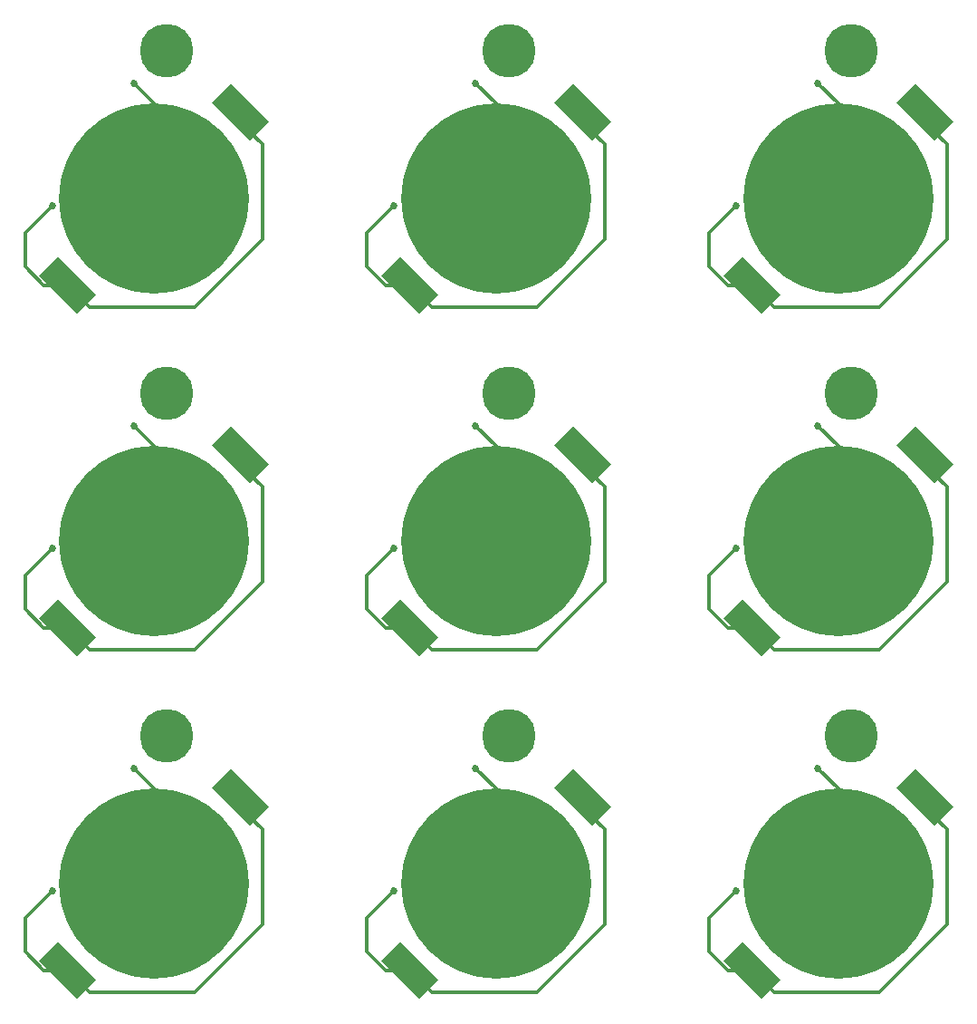
<source format=gbl>
%MOIN*%
%OFA0B0*%
%FSLAX46Y46*%
%IPPOS*%
%LPD*%
%ADD10C,0.0039370078740157488*%
%ADD11C,0.70000000000000007*%
%ADD12C,0.19685039370078741*%
%ADD13C,0.027*%
%ADD14C,0.012000000000000002*%
%ADD25C,0.0039370078740157488*%
%ADD26C,0.70000000000000007*%
%ADD27C,0.19685039370078741*%
%ADD28C,0.027*%
%ADD29C,0.012000000000000002*%
%ADD30C,0.0039370078740157488*%
%ADD31C,0.70000000000000007*%
%ADD32C,0.19685039370078741*%
%ADD33C,0.027*%
%ADD34C,0.012000000000000002*%
%ADD35C,0.0039370078740157488*%
%ADD36C,0.70000000000000007*%
%ADD37C,0.19685039370078741*%
%ADD38C,0.027*%
%ADD39C,0.012000000000000002*%
%ADD40C,0.0039370078740157488*%
%ADD41C,0.70000000000000007*%
%ADD42C,0.19685039370078741*%
%ADD43C,0.027*%
%ADD44C,0.012000000000000002*%
%ADD45C,0.0039370078740157488*%
%ADD46C,0.70000000000000007*%
%ADD47C,0.19685039370078741*%
%ADD48C,0.027*%
%ADD49C,0.012000000000000002*%
%ADD50C,0.0039370078740157488*%
%ADD51C,0.70000000000000007*%
%ADD52C,0.19685039370078741*%
%ADD53C,0.027*%
%ADD54C,0.012000000000000002*%
%ADD55C,0.0039370078740157488*%
%ADD56C,0.70000000000000007*%
%ADD57C,0.19685039370078741*%
%ADD58C,0.027*%
%ADD59C,0.012000000000000002*%
%ADD60C,0.0039370078740157488*%
%ADD61C,0.70000000000000007*%
%ADD62C,0.19685039370078741*%
%ADD63C,0.027*%
%ADD64C,0.012000000000000002*%
G01G01*
D10*
D11*
X-0007473228Y0004104330D02*
X0000701771Y0000479330D03*
D10*
G36*
X0000984614Y0000903594D02*
X0001126035Y0000762173D01*
X0001055324Y0000691462D01*
X0000913903Y0000832884D01*
X0000984614Y0000903594D01*
X0000984614Y0000903594D01*
G37*
G36*
X0000348217Y0000267198D02*
X0000489639Y0000125777D01*
X0000418928Y0000055066D01*
X0000277507Y0000196487D01*
X0000348217Y0000267198D01*
X0000348217Y0000267198D01*
G37*
D12*
X0000748031Y0001023622D03*
D13*
X0000626771Y0000904330D03*
X0000326771Y0000454330D03*
D14*
X0000701771Y0000429330D02*
X0000701771Y0000829330D01*
X0000701771Y0000829330D02*
X0000626771Y0000904330D01*
X0000226771Y0000354330D02*
X0000326771Y0000454330D01*
X0000383573Y0000161132D02*
X0000294969Y0000161132D01*
X0000294969Y0000161132D02*
X0000226771Y0000229330D01*
X0000226771Y0000229330D02*
X0000226771Y0000329330D01*
X0000226771Y0000329330D02*
X0000226771Y0000354330D01*
X0001019969Y0000797528D02*
X0001019969Y0000761132D01*
X0001019969Y0000761132D02*
X0001101771Y0000679330D01*
X0001101771Y0000679330D02*
X0001101771Y0000329330D01*
X0001101771Y0000329330D02*
X0000851771Y0000079330D01*
X0000851771Y0000079330D02*
X0000465375Y0000079330D01*
X0000465375Y0000079330D02*
X0000383573Y0000161132D01*
G04 next file*
G04 #@! TF.FileFunction,Copper,L2,Bot,Signal*
G04 Gerber Fmt 4.6, Leading zero omitted, Abs format (unit mm)*
G04 Created by KiCad (PCBNEW 4.0.7) date 06/29/18 14:44:45*
G01G01*
G04 APERTURE LIST*
G04 APERTURE END LIST*
D25*
D26*
X-0006213386Y0004104330D02*
X0001961613Y0000479330D03*
D25*
G36*
X0002244456Y0000903594D02*
X0002385877Y0000762173D01*
X0002315167Y0000691462D01*
X0002173745Y0000832884D01*
X0002244456Y0000903594D01*
X0002244456Y0000903594D01*
G37*
G36*
X0001608060Y0000267198D02*
X0001749481Y0000125777D01*
X0001678771Y0000055066D01*
X0001537349Y0000196487D01*
X0001608060Y0000267198D01*
X0001608060Y0000267198D01*
G37*
D27*
X0002007873Y0001023622D03*
D28*
X0001886613Y0000904330D03*
X0001586613Y0000454330D03*
D29*
X0001961613Y0000429330D02*
X0001961613Y0000829330D01*
X0001961613Y0000829330D02*
X0001886613Y0000904330D01*
X0001486613Y0000354330D02*
X0001586613Y0000454330D01*
X0001643415Y0000161132D02*
X0001554811Y0000161132D01*
X0001554811Y0000161132D02*
X0001486613Y0000229330D01*
X0001486613Y0000229330D02*
X0001486613Y0000329330D01*
X0001486613Y0000329330D02*
X0001486613Y0000354330D01*
X0002279811Y0000797528D02*
X0002279811Y0000761132D01*
X0002279811Y0000761132D02*
X0002361613Y0000679330D01*
X0002361613Y0000679330D02*
X0002361613Y0000329330D01*
X0002361613Y0000329330D02*
X0002111613Y0000079330D01*
X0002111613Y0000079330D02*
X0001725217Y0000079330D01*
X0001725217Y0000079330D02*
X0001643415Y0000161132D01*
G04 next file*
G04 #@! TF.FileFunction,Copper,L2,Bot,Signal*
G04 Gerber Fmt 4.6, Leading zero omitted, Abs format (unit mm)*
G04 Created by KiCad (PCBNEW 4.0.7) date 06/29/18 14:44:45*
G01G01*
G04 APERTURE LIST*
G04 APERTURE END LIST*
D30*
D31*
X-0004953543Y0004104330D02*
X0003221456Y0000479330D03*
D30*
G36*
X0003504299Y0000903594D02*
X0003645720Y0000762173D01*
X0003575010Y0000691462D01*
X0003433588Y0000832884D01*
X0003504299Y0000903594D01*
X0003504299Y0000903594D01*
G37*
G36*
X0002867903Y0000267198D02*
X0003009324Y0000125777D01*
X0002938613Y0000055066D01*
X0002797192Y0000196487D01*
X0002867903Y0000267198D01*
X0002867903Y0000267198D01*
G37*
D32*
X0003267716Y0001023622D03*
D33*
X0003146456Y0000904330D03*
X0002846456Y0000454330D03*
D34*
X0003221456Y0000429330D02*
X0003221456Y0000829330D01*
X0003221456Y0000829330D02*
X0003146456Y0000904330D01*
X0002746456Y0000354330D02*
X0002846456Y0000454330D01*
X0002903258Y0000161132D02*
X0002814654Y0000161132D01*
X0002814654Y0000161132D02*
X0002746456Y0000229330D01*
X0002746456Y0000229330D02*
X0002746456Y0000329330D01*
X0002746456Y0000329330D02*
X0002746456Y0000354330D01*
X0003539654Y0000797528D02*
X0003539654Y0000761132D01*
X0003539654Y0000761132D02*
X0003621456Y0000679330D01*
X0003621456Y0000679330D02*
X0003621456Y0000329330D01*
X0003621456Y0000329330D02*
X0003371456Y0000079330D01*
X0003371456Y0000079330D02*
X0002985060Y0000079330D01*
X0002985060Y0000079330D02*
X0002903258Y0000161132D01*
G04 next file*
G04 #@! TF.FileFunction,Copper,L2,Bot,Signal*
G04 Gerber Fmt 4.6, Leading zero omitted, Abs format (unit mm)*
G04 Created by KiCad (PCBNEW 4.0.7) date 06/29/18 14:44:45*
G01G01*
G04 APERTURE LIST*
G04 APERTURE END LIST*
D35*
D36*
X-0007473228Y0005364173D02*
X0000701771Y0001739173D03*
D35*
G36*
X0000984614Y0002163437D02*
X0001126035Y0002022015D01*
X0001055324Y0001951305D01*
X0000913903Y0002092726D01*
X0000984614Y0002163437D01*
X0000984614Y0002163437D01*
G37*
G36*
X0000348217Y0001527041D02*
X0000489639Y0001385619D01*
X0000418928Y0001314909D01*
X0000277507Y0001456330D01*
X0000348217Y0001527041D01*
X0000348217Y0001527041D01*
G37*
D37*
X0000748031Y0002283464D03*
D38*
X0000626771Y0002164173D03*
X0000326771Y0001714173D03*
D39*
X0000701771Y0001689173D02*
X0000701771Y0002089173D01*
X0000701771Y0002089173D02*
X0000626771Y0002164173D01*
X0000226771Y0001614173D02*
X0000326771Y0001714173D01*
X0000383573Y0001420975D02*
X0000294969Y0001420975D01*
X0000294969Y0001420975D02*
X0000226771Y0001489173D01*
X0000226771Y0001489173D02*
X0000226771Y0001589173D01*
X0000226771Y0001589173D02*
X0000226771Y0001614173D01*
X0001019969Y0002057371D02*
X0001019969Y0002020975D01*
X0001019969Y0002020975D02*
X0001101771Y0001939173D01*
X0001101771Y0001939173D02*
X0001101771Y0001589173D01*
X0001101771Y0001589173D02*
X0000851771Y0001339173D01*
X0000851771Y0001339173D02*
X0000465375Y0001339173D01*
X0000465375Y0001339173D02*
X0000383573Y0001420975D01*
G04 next file*
G04 #@! TF.FileFunction,Copper,L2,Bot,Signal*
G04 Gerber Fmt 4.6, Leading zero omitted, Abs format (unit mm)*
G04 Created by KiCad (PCBNEW 4.0.7) date 06/29/18 14:44:45*
G01G01*
G04 APERTURE LIST*
G04 APERTURE END LIST*
D40*
D41*
X-0007473228Y0006624015D02*
X0000701771Y0002999015D03*
D40*
G36*
X0000984614Y0003423279D02*
X0001126035Y0003281858D01*
X0001055324Y0003211147D01*
X0000913903Y0003352569D01*
X0000984614Y0003423279D01*
X0000984614Y0003423279D01*
G37*
G36*
X0000348217Y0002786883D02*
X0000489639Y0002645462D01*
X0000418928Y0002574751D01*
X0000277507Y0002716173D01*
X0000348217Y0002786883D01*
X0000348217Y0002786883D01*
G37*
D42*
X0000748031Y0003543307D03*
D43*
X0000626771Y0003424015D03*
X0000326771Y0002974015D03*
D44*
X0000701771Y0002949015D02*
X0000701771Y0003349015D01*
X0000701771Y0003349015D02*
X0000626771Y0003424015D01*
X0000226771Y0002874015D02*
X0000326771Y0002974015D01*
X0000383573Y0002680817D02*
X0000294969Y0002680817D01*
X0000294969Y0002680817D02*
X0000226771Y0002749015D01*
X0000226771Y0002749015D02*
X0000226771Y0002849015D01*
X0000226771Y0002849015D02*
X0000226771Y0002874015D01*
X0001019969Y0003317213D02*
X0001019969Y0003280817D01*
X0001019969Y0003280817D02*
X0001101771Y0003199015D01*
X0001101771Y0003199015D02*
X0001101771Y0002849015D01*
X0001101771Y0002849015D02*
X0000851771Y0002599015D01*
X0000851771Y0002599015D02*
X0000465375Y0002599015D01*
X0000465375Y0002599015D02*
X0000383573Y0002680817D01*
G04 next file*
G04 #@! TF.FileFunction,Copper,L2,Bot,Signal*
G04 Gerber Fmt 4.6, Leading zero omitted, Abs format (unit mm)*
G04 Created by KiCad (PCBNEW 4.0.7) date 06/29/18 14:44:45*
G01G01*
G04 APERTURE LIST*
G04 APERTURE END LIST*
D45*
D46*
X-0006213386Y0005364173D02*
X0001961613Y0001739173D03*
D45*
G36*
X0002244456Y0002163437D02*
X0002385877Y0002022015D01*
X0002315167Y0001951305D01*
X0002173745Y0002092726D01*
X0002244456Y0002163437D01*
X0002244456Y0002163437D01*
G37*
G36*
X0001608060Y0001527041D02*
X0001749481Y0001385619D01*
X0001678771Y0001314909D01*
X0001537349Y0001456330D01*
X0001608060Y0001527041D01*
X0001608060Y0001527041D01*
G37*
D47*
X0002007873Y0002283464D03*
D48*
X0001886613Y0002164173D03*
X0001586613Y0001714173D03*
D49*
X0001961613Y0001689173D02*
X0001961613Y0002089173D01*
X0001961613Y0002089173D02*
X0001886613Y0002164173D01*
X0001486613Y0001614173D02*
X0001586613Y0001714173D01*
X0001643415Y0001420975D02*
X0001554811Y0001420975D01*
X0001554811Y0001420975D02*
X0001486613Y0001489173D01*
X0001486613Y0001489173D02*
X0001486613Y0001589173D01*
X0001486613Y0001589173D02*
X0001486613Y0001614173D01*
X0002279811Y0002057371D02*
X0002279811Y0002020975D01*
X0002279811Y0002020975D02*
X0002361613Y0001939173D01*
X0002361613Y0001939173D02*
X0002361613Y0001589173D01*
X0002361613Y0001589173D02*
X0002111613Y0001339173D01*
X0002111613Y0001339173D02*
X0001725217Y0001339173D01*
X0001725217Y0001339173D02*
X0001643415Y0001420975D01*
G04 next file*
G04 #@! TF.FileFunction,Copper,L2,Bot,Signal*
G04 Gerber Fmt 4.6, Leading zero omitted, Abs format (unit mm)*
G04 Created by KiCad (PCBNEW 4.0.7) date 06/29/18 14:44:45*
G01G01*
G04 APERTURE LIST*
G04 APERTURE END LIST*
D50*
D51*
X-0004953543Y0005364173D02*
X0003221456Y0001739173D03*
D50*
G36*
X0003504299Y0002163437D02*
X0003645720Y0002022015D01*
X0003575010Y0001951305D01*
X0003433588Y0002092726D01*
X0003504299Y0002163437D01*
X0003504299Y0002163437D01*
G37*
G36*
X0002867903Y0001527041D02*
X0003009324Y0001385619D01*
X0002938613Y0001314909D01*
X0002797192Y0001456330D01*
X0002867903Y0001527041D01*
X0002867903Y0001527041D01*
G37*
D52*
X0003267716Y0002283464D03*
D53*
X0003146456Y0002164173D03*
X0002846456Y0001714173D03*
D54*
X0003221456Y0001689173D02*
X0003221456Y0002089173D01*
X0003221456Y0002089173D02*
X0003146456Y0002164173D01*
X0002746456Y0001614173D02*
X0002846456Y0001714173D01*
X0002903258Y0001420975D02*
X0002814654Y0001420975D01*
X0002814654Y0001420975D02*
X0002746456Y0001489173D01*
X0002746456Y0001489173D02*
X0002746456Y0001589173D01*
X0002746456Y0001589173D02*
X0002746456Y0001614173D01*
X0003539654Y0002057371D02*
X0003539654Y0002020975D01*
X0003539654Y0002020975D02*
X0003621456Y0001939173D01*
X0003621456Y0001939173D02*
X0003621456Y0001589173D01*
X0003621456Y0001589173D02*
X0003371456Y0001339173D01*
X0003371456Y0001339173D02*
X0002985060Y0001339173D01*
X0002985060Y0001339173D02*
X0002903258Y0001420975D01*
G04 next file*
G04 #@! TF.FileFunction,Copper,L2,Bot,Signal*
G04 Gerber Fmt 4.6, Leading zero omitted, Abs format (unit mm)*
G04 Created by KiCad (PCBNEW 4.0.7) date 06/29/18 14:44:45*
G01G01*
G04 APERTURE LIST*
G04 APERTURE END LIST*
D55*
D56*
X-0006213386Y0006624015D02*
X0001961613Y0002999015D03*
D55*
G36*
X0002244456Y0003423279D02*
X0002385877Y0003281858D01*
X0002315167Y0003211147D01*
X0002173745Y0003352569D01*
X0002244456Y0003423279D01*
X0002244456Y0003423279D01*
G37*
G36*
X0001608060Y0002786883D02*
X0001749481Y0002645462D01*
X0001678771Y0002574751D01*
X0001537349Y0002716173D01*
X0001608060Y0002786883D01*
X0001608060Y0002786883D01*
G37*
D57*
X0002007873Y0003543307D03*
D58*
X0001886613Y0003424015D03*
X0001586613Y0002974015D03*
D59*
X0001961613Y0002949015D02*
X0001961613Y0003349015D01*
X0001961613Y0003349015D02*
X0001886613Y0003424015D01*
X0001486613Y0002874015D02*
X0001586613Y0002974015D01*
X0001643415Y0002680817D02*
X0001554811Y0002680817D01*
X0001554811Y0002680817D02*
X0001486613Y0002749015D01*
X0001486613Y0002749015D02*
X0001486613Y0002849015D01*
X0001486613Y0002849015D02*
X0001486613Y0002874015D01*
X0002279811Y0003317213D02*
X0002279811Y0003280817D01*
X0002279811Y0003280817D02*
X0002361613Y0003199015D01*
X0002361613Y0003199015D02*
X0002361613Y0002849015D01*
X0002361613Y0002849015D02*
X0002111613Y0002599015D01*
X0002111613Y0002599015D02*
X0001725217Y0002599015D01*
X0001725217Y0002599015D02*
X0001643415Y0002680817D01*
G04 next file*
G04 #@! TF.FileFunction,Copper,L2,Bot,Signal*
G04 Gerber Fmt 4.6, Leading zero omitted, Abs format (unit mm)*
G04 Created by KiCad (PCBNEW 4.0.7) date 06/29/18 14:44:45*
G01G01*
G04 APERTURE LIST*
G04 APERTURE END LIST*
D60*
D61*
X-0004953543Y0006624015D02*
X0003221456Y0002999015D03*
D60*
G36*
X0003504299Y0003423279D02*
X0003645720Y0003281858D01*
X0003575010Y0003211147D01*
X0003433588Y0003352569D01*
X0003504299Y0003423279D01*
X0003504299Y0003423279D01*
G37*
G36*
X0002867903Y0002786883D02*
X0003009324Y0002645462D01*
X0002938613Y0002574751D01*
X0002797192Y0002716173D01*
X0002867903Y0002786883D01*
X0002867903Y0002786883D01*
G37*
D62*
X0003267716Y0003543307D03*
D63*
X0003146456Y0003424015D03*
X0002846456Y0002974015D03*
D64*
X0003221456Y0002949015D02*
X0003221456Y0003349015D01*
X0003221456Y0003349015D02*
X0003146456Y0003424015D01*
X0002746456Y0002874015D02*
X0002846456Y0002974015D01*
X0002903258Y0002680817D02*
X0002814654Y0002680817D01*
X0002814654Y0002680817D02*
X0002746456Y0002749015D01*
X0002746456Y0002749015D02*
X0002746456Y0002849015D01*
X0002746456Y0002849015D02*
X0002746456Y0002874015D01*
X0003539654Y0003317213D02*
X0003539654Y0003280817D01*
X0003539654Y0003280817D02*
X0003621456Y0003199015D01*
X0003621456Y0003199015D02*
X0003621456Y0002849015D01*
X0003621456Y0002849015D02*
X0003371456Y0002599015D01*
X0003371456Y0002599015D02*
X0002985060Y0002599015D01*
X0002985060Y0002599015D02*
X0002903258Y0002680817D01*
M02*
</source>
